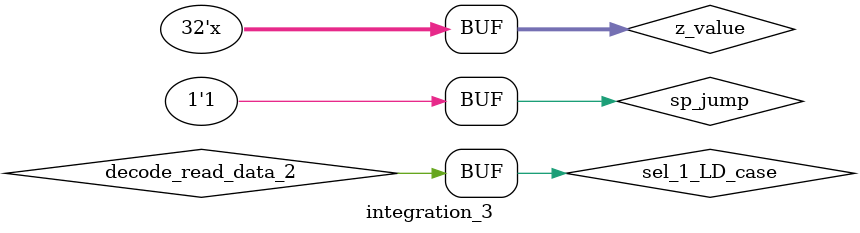
<source format=v>

module sign_extend(a, result);

input [15:0] a; // 16-bit input
output [31:0] result; // 32-bit output

assign result = { {16{a[15]}}, a };

endmodule 
 
 
module sign_extend_16(a, result);

input [2:0] a; // 3-bit input
output [15:0] result; // 16-bit output

assign result = { {13{a[2]}}, a }; //(13+3 =16)

endmodule
 
module POPed_PC (read_data, write_data,clk,reset,write_enable);

	input clk,reset,write_enable;
	input [15:0] write_data;//as each reg is 16 bits 
	output reg [15:0]read_data;//as each reg is 16 bits

	reg [15:0]reg_internal;
	always @(posedge clk) begin
				read_data = reg_internal;	
	end

	always @(negedge clk) begin
		if(reset)
		begin
			reg_internal= 16'b0;
		end
		else if(write_enable)
		begin
			reg_internal = write_data;	
		end
	end

endmodule
  

//assume read at posedge and write at negative edge
module Previous_SP_change_reg (read_data, write_data,clk);//,rst);

input clk;//,rst;
input write_data;
output read_data;
reg reg_internal;

assign read_data = reg_internal;	
always @(negedge clk) begin
		reg_internal = write_data;					
end

endmodule
  
  
  
  
//####################################################################################################################################################################// 
module integration_3 (/*input, output later*/); 
localparam Num_of_bits=16;  //width of instruction assumnig immediate separated from instruction
localparam Num_of_registers=20 ;
localparam pc_width=32;
localparam sp_width=32;
localparam op_code_width=5;
localparam Num_alu=4; //number of alu instructions
localparam pop_width=16; //pop width

//---------------------------------------- reset buffers------------------------------//
wire clk;
wire reset_pc_poped;
wire reset_sp;
wire reset_flag;
wire reset_data_stack,reset_decode_regs;
wire Reset_2Power5;
wire stage_buffer_reset;
wire fetch_buffer_reset;
wire reset_Last_instr_buffer;


//wire selector_2, selector_3, selector_5, selector_6, selector_7;
wire [1:0] selector_1, selector_4;
wire sp_jump=1;
wire [2:0] read_add_1,read_add_2 ;

wire [31:0] pc_add1,pc_selected;
wire [15:0] pc_high;
wire [sp_width-1:0] sp_new,chosen_sp,final_sp,sp;
reg [sp_width-1:0] sp_add1,sp_sub1;
wire [pc_width-1:0] pc;
wire [Num_of_bits-1:0] instruction;//, immediate;	
wire [Num_of_bits-1:0] read_data1,read_data2;
wire [2:0] flag,alu_flag,final_flag;
wire [15:0] result;
wire [sp_width-1:0] read_data1_result, mem_address;
wire [pop_width-1:0] value, flag_result;
wire [pc_width-1:0] z_value=32'bz;

wire [15:0] write_data;

wire [3:0] alu_controls;
wire [1:0] chosen_value, PC_select,chosen_pc_selector,chosen_pc_selector_last, jump_type;//, INT_counter;

wire store_load,cs_ldm,cs_push,SP_change,cs_jmp,cs_call,cs_in,cs_out,
cs_mem_read,cs_mem_write,cs_reg_write,special_int,cs_reset,cs_alu_op,cs_mem_op,
cs_shamt,reset_pc,push_flags,Pc_high_pop,cs_ret,fetch_NOP//,decode_reset,execute_reset
,decode_NOP,cs_rti,write_cs_rti,cs_pop;//,cs_CALL_branch

wire CALL_branch;

wire previous_rti;
wire [15:0] in_port_value;
wire [15:0]chosen_data_1;
wire mem_finish,mem_finish_off,previous_e_SP_change;
wire jump_result;
//----------------------------------   buffers  ----------------------------------///

wire [Num_of_bits-1:0] instruction_f, input_port_f;//, immediate_f
wire [31:0]pc_add1_f;

//decode buffer
wire [2:0] d_read_add_2,d_read_add_1;
wire [15:0] d_read_data1,d_read_data2,d_in_port_value;
wire [3:0] d_shamt;
wire [15:0] d_immediate;
wire [3:0] d_alu_controls;
wire [31:0]d_pc_add1;
wire d_cs_reg_write,d_cs_push,d_SP_change,d_store_load,
	d_cs_mem_read,d_cs_mem_write,d_cs_ldm,d_special_int,d_cs_in,d_reset_pc,d_push_flags,d_Pc_high_pop,d_cs_pop;//,d_CALL_branch
wire d_cs_shamt;
wire[1:0] d_chosen_value,d_jump_type,d_PC_select;								   
wire d_start_count_nop,d_cs_alu_op,d_cs_rti,d_write_cs_rti;
wire d_cs_out;

//excute buffer
wire [15:0] e_result,data;//,e_in_port_value
wire [2:0] e_read_add_2,e_flag;
wire [15:0] e_read_data1,e_read_data2;
// wire [Num_of_bits-1:0] e_immediate;
wire [31:0]e_pc_add1;
wire e_cs_reg_write,e_cs_ldm,e_cs_in,e_reset_pc,e_Pc_high_pop,ldd;//,e_CALL_branch
wire e_cs_push,e_SP_change,e_store_load, e_cs_mem_read,e_cs_mem_write,e_special_int,e_push_flags,e_cs_pop;
wire [1:0]e_chosen_value,e_PC_select;		
wire e_start_count_nop,e_write_cs_rti;
wire e_cs_out,e_cs_ldd;

//memory buffer
wire [15:0] m_data;
wire [15:0] m_result,m_read_data2;//,m_in_port_value
wire [2:0] m_read_add_2;
wire [Num_of_bits-1:0] m_immediate;
wire [31:0]m_pc_add1;
wire m_cs_reg_write,m_cs_ldm,m_cs_in,m_reset_pc,m_Pc_high_pop,m_ldd;//,m_CALL_branch
wire m_start_count_nop;
wire m_cs_out;

wire [1:0]no_change;
wire reset_count_nop,start_count_nop,fetch_nop_counter;

//---------------------------- int --------------------------------//
wire INT_signal,int_pc_handle;
wire [31:0]chosen_Rdst_32;
wire d_puch_pc_h_int,e_puch_pc_h_int;

wire [15:0] Previous_Rdst;
wire [31:0] Previous_Rdst_32;
wire [31:0] Previous_pc,pc_int_result_1,chosen_pc;
//wire Previous_CALL_branch;
wire Previous_branch,Previous_Call;
wire d_cs_call,e_cs_call , m_cs_call;
wire [2:0] INT_counter;
wire will_jump;
//---------------------------- Data Hazards --------------------------------//
wire [15:0] op1,op2;
wire [1:0] sel_1,sel_2 , sel_1_final,sel_2_final;
wire [15:0] modified_d_read_data2;
wire [15:0] chosen_Rdst_1;
wire decode_read_data_1,decode_read_data_2;
wire [15:0] read_data1_final,read_data2_final;
wire [2:0]d_read_add_2_final;
//---------------------------- Laod use case --------------------------------//
wire fetch_nop_LD;
wire cs_ldd,d_cs_ldd;
wire [15:0] chosen_Rdst;
// wire not_this_Rdst;
wire d_fetch_nop_LD;
wire sel_1_LD_case,sel_2_LD_case,d_sel_1_LD_case;
//---------------------------- ports --------------------------------//
wire [15:0] out_port_value,in_port_readed_data;

//####################################################################################################################################################################//
//later: change pc_add1 here to the output of the muxes before pc as shoen in the design
assign pc_add1 = pc + 1;
assign start_count_nop =  cs_ret| cs_rti;
count_NOP count_nop_inst(no_change,fetch_nop_counter,clk,reset_count_nop,start_count_nop);
PC pc_reg(pc, pc_selected,clk,d_reset_pc,Reset_2Power5,no_change,fetch_nop_LD);

assign previous_rti = d_cs_rti;
//---------------------//
mux_generic_2bit_selector #(1) jump_result_mux(1'b1 ,alu_flag[0],alu_flag[1],alu_flag[2] , jump_type, jump_result);
assign will_jump = jump_result & cs_jmp ;
mux_generic #(2) jump_or_not(chosen_pc_selector, 2'b10, will_jump , chosen_pc_selector_last);

//NOTE: this instruction will write in a reg , and its Rdst address is == to Rdst that i will call or jump to
assign sel_1_LD_case = (m_cs_reg_write & ( m_read_add_2 == read_add_2) ) ;
assign sel_2_LD_case = sel_1_LD_case | (e_cs_reg_write &  (e_read_add_2==read_add_2) ) ;
mux_generic #(16) mux_Rdst_selector_1(e_result, write_data , sel_1_LD_case , chosen_Rdst_1);

mux_generic #(16) mux_Rdst_selector_2(read_data2,chosen_Rdst_1 ,sel_2_LD_case , chosen_Rdst);
sign_extend pc_Rdst(chosen_Rdst,chosen_Rdst_32);


POPed_PC pop_pc_high
			(.read_data(pc_high),
			.write_data(data),
			.clk(clk),
			.reset(reset_pc_poped),
			.write_enable(e_Pc_high_pop) );
mux_generic #(2) mux_pc_selector(PC_select, e_PC_select, m_start_count_nop, chosen_pc_selector);
mux_generic_2bit_selector #(32) mux_pc(pc_add1 ,{pc_high,data},chosen_Rdst_32,32'b00 , chosen_pc_selector_last, pc_selected);

//------------------------//

instruction_memory #(Num_of_bits,pc_width,Num_of_registers) inst_mem_stage
							( .clk(clk),
							.INT_counter(INT_counter),
							.pc(pc), 
							.instruction(instruction));
//------------------------//
load_use_detection LD_sue_case
				(.Previus_inst_load(cs_ldd | cs_pop ),
				.Previus_Previus_inst_load(d_cs_ldd | d_cs_pop),
				.current_add_1(instruction[Num_of_bits-op_code_width-1:Num_of_bits-op_code_width-3]),
				.current_add_2(instruction [Num_of_bits-op_code_width-4:Num_of_bits-op_code_width-6]),
				.Previus_dst_add(read_add_2) ,
				.Previus_Previus_dst_add(d_read_add_2) ,
				.not_dumy_zeros(instruction[0]),
				.Previus_reg_write(cs_reg_write),
				.call_or_branch(instruction[3] & (!cs_ldm)),
				.fetch_nop_LD(fetch_nop_LD)
				);

IN_Port in (.read_data(in_port_readed_data), .write_data(in_port_value),.clk(clk));

//48+16 of in_port_value
fetch_buffer #(64)buffer_fetch(.read_data({instruction_f,pc_add1_f,input_port_f}),
 .write_data({instruction,pc_add1,in_port_readed_data}),
 .clk(clk),
 .cs_call(cs_call),
 .cs_ret(cs_ret),
 .cs_rti(cs_rti),
  .fetch_NOP(fetch_NOP | fetch_nop_counter | fetch_nop_LD | will_jump &(INT_counter == 3'b000)),
  .previous_rti(previous_rti),
  .cs_ldm(cs_ldm),
  .reset(fetch_buffer_reset));

//-------------------------------- WB at the first half of cycle and Decode (read) at the second half Hazard detection --------------------// 
assign decode_read_data_1 =  (m_cs_reg_write & ( m_read_add_2 == read_add_1) ) ;
assign decode_read_data_2 = sel_1_LD_case ;//as sel_1_LD_case = (m_cs_reg_write & ( m_read_add_2 == read_add_2) ) 
mux_generic #(16) mux_Decode_1(read_data1, write_data, decode_read_data_1, read_data1_final);
mux_generic #(16) mux_Decode_2(read_data2, write_data, decode_read_data_2, read_data2_final);


control_unit #(op_code_width,Num_alu) cont_unit
			((instruction_f[Num_of_bits-1:Num_of_bits-op_code_width])
			,INT_signal
			,clk
			,instruction[2]//=>one_more_fetch  //NOTE: not instruction_f
			,alu_controls,chosen_value,store_load,cs_ldm,cs_push
			,SP_change,PC_select,jump_type,cs_jmp,cs_call,cs_in,cs_out,cs_mem_read,cs_mem_write,cs_reg_write,special_int
			,cs_reset,cs_alu_op,cs_mem_op,cs_shamt,reset_pc,push_flags,Pc_high_pop,cs_ret,fetch_NOP,decode_reset,execute_reset
			,decode_NOP,cs_rti,INT_counter,write_cs_rti/*,cs_CALL_branch*/,cs_pop,cs_ldd);


assign read_add_1 = instruction_f[Num_of_bits-op_code_width-1:Num_of_bits-op_code_width-3];
assign read_add_2 = instruction_f[Num_of_bits-op_code_width-4:Num_of_bits-op_code_width-6];
decode_ciruit #(16,3) decode_stage (.clk(clk),.reset(reset_decode_regs) ,.write_enable(m_cs_reg_write),.write_data(write_data),
                              .write_address(m_read_add_2), //7:5
							  .read_address1(read_add_1), //10:8
                              .read_address2(read_add_2), //7:5
							  .read_data1(read_data1), .read_data2(read_data2));

//103 +21+cs_pop+d_puch_pc_h_int+2 :of d_PC_select+d_start_count_nop+cs_alu_op+cs_rti+d_write_cs_rti+3 of d_read_add_1 +cs_out +d_cs_call + d_cs_ldd +fetch_nop_LD+sel_1_LD_case -sel_1_LD_case -d_fetch_nop_LD+d_cs_shamt
buffer #(140)buffer_decode(.read_data({d_immediate,d_pc_add1,d_shamt,d_read_add_2,d_read_add_1,d_read_data2,d_read_data1,d_in_port_value,
									d_cs_reg_write,d_alu_controls,d_cs_push,d_SP_change,d_chosen_value,d_store_load,
								   d_cs_mem_read,d_cs_mem_write,d_cs_ldm,d_jump_type,d_special_int,d_cs_jmp,//d_CALL_branch,
								   d_cs_in,d_reset_pc,d_push_flags,d_Pc_high_pop,d_cs_pop,d_puch_pc_h_int,d_PC_select,d_start_count_nop,d_cs_alu_op,d_cs_rti,d_write_cs_rti,d_cs_out,d_cs_call,d_cs_ldd,d_cs_shamt//,d_fetch_nop_LD//,d_sel_1_LD_case
								   }), 
                                   .write_data({instruction,pc_add1_f,instruction_f[7:4],read_add_2,read_add_1,read_data2_final,read_data1_final,input_port_f,//in_port_value,
                                   cs_reg_write,alu_controls,cs_push,SP_change,chosen_value,store_load,
								   cs_mem_read,cs_mem_write,cs_ldm,jump_type,special_int,cs_jmp,//CALL_branch
								   cs_in,reset_pc,push_flags,Pc_high_pop,cs_pop,instruction_f[1],PC_select,start_count_nop,cs_alu_op,cs_rti,write_cs_rti,cs_out,cs_call,cs_ldd,cs_shamt//,fetch_nop_LD//,sel_1_LD_case
								   }),.clk(clk),.reset(stage_buffer_reset));

//-----------------------------------------   Data Hazards  -------------------------------------//
forwarding_unit FU
		(.current_cs_cin(d_cs_in),.current_cs_ldm(d_cs_ldm),
		.current_add_1(d_read_add_1) ,.current_add_2 (d_read_add_2_final),// (d_read_add_2),
		.E_dst_add(e_read_add_2),.M_dst_add(m_read_add_2),
		.E_WB(e_cs_reg_write),.M_WB(m_cs_reg_write),
		.sel_1(sel_1),.sel_2(sel_2) );

mux_generic_2bit_selector #(16) op1_mux(d_read_data1,e_result, write_data,d_in_port_value ,sel_1, op1);
mux_generic_2bit_selector #(16) op2_mux(d_read_data2,e_result, write_data,d_immediate, sel_2, op2);

alu alu_stage(.op1(op1),.op2(op2),.shamt(d_shamt),.alu_operation(d_alu_controls),.clk(clk),.flag(alu_flag),.result(result));

flag_reg flag_reg_inst(.read_data(flag),
		.write_data(final_flag),
		.clk(clk),
		.write_enable(d_cs_alu_op),
		.reset(reset_flag));
assign final_flag = (e_write_cs_rti)? data[2:0] : alu_flag;
assign modified_d_read_data2 = op2 ;
mux_generic #(16) mux_read_add2(d_read_add_2, d_read_add_1, d_cs_shamt, d_read_add_2_final);

//16 for instruction, 16 for immediate 
//118+15+cs_pop+puch_pc_h_int +2 of d_PC_select+e_start_count_nop + d_write_cs_rti + d_cs_out +d_cs_call -16 of e_in_port_value +e_cs_ldd-16 of e_read_data1 -16 of e_immediate
buffer #(94)buffer_alu(.read_data({e_read_add_2,e_pc_add1,e_read_data2,e_flag,e_result,//e_in_port_value, 
                                   e_cs_reg_write,e_cs_push,e_SP_change,e_chosen_value,e_store_load,
								   e_cs_mem_read,e_cs_mem_write,e_cs_ldm,e_special_int,e_cs_jmp,//e_CALL_branch,
								   e_cs_in,e_reset_pc,e_push_flags,
								   e_Pc_high_pop,e_cs_pop,e_puch_pc_h_int ,e_PC_select,e_start_count_nop,e_write_cs_rti,e_cs_out,e_cs_call,e_cs_ldd//e_cs_rti//e_cs_alu_op
								   }), 
								    .write_data({d_read_add_2_final,d_pc_add1,modified_d_read_data2,alu_flag,result,//d_in_port_value ,
                                   d_cs_reg_write,d_cs_push,d_SP_change,d_chosen_value,d_store_load,
								   d_cs_mem_read,d_cs_mem_write,d_cs_ldm,d_special_int,d_cs_jmp,//d_CALL_branch,
								   d_cs_in,d_reset_pc,d_push_flags,
								   d_Pc_high_pop,d_cs_pop,d_puch_pc_h_int ,d_PC_select,d_start_count_nop,d_write_cs_rti,d_cs_out,d_cs_call,d_cs_ldd//d_cs_rti//d_cs_alu_op
								   }),.clk(clk),.reset(stage_buffer_reset));

sign_extend extend_1(e_result,read_data1_result);
sign_extend_16 extend_2(e_flag,flag_result);
//---------------------------//
Last_instr last_instr_jump
			(.read_data({Previous_Rdst,Previous_pc,Previous_branch}),
			.write_data({m_read_data2,m_pc_add1,m_cs_jmp}),
			.clk(clk),
			.write_enable(e_push_flags),
			.reset(reset_Last_instr_buffer));
			
Last_instr  #(1)last_instr_call
			(.read_data({Previous_Call}),
			.write_data({m_cs_call}),
			.clk(clk),
			.write_enable(d_push_flags),
			.reset(reset_Last_instr_buffer));
			
sign_extend extend_previous_Rdst(Previous_Rdst,Previous_Rdst_32);			
mux_generic #(32) mux_pc_int_1(e_pc_add1, Previous_pc, e_puch_pc_h_int, pc_int_result_1);
assign int_pc_handle = (Previous_branch | Previous_Call ) & e_puch_pc_h_int;
mux_generic #(32) mux_pc_int_2(pc_int_result_1, Previous_Rdst_32, int_pc_handle, chosen_pc);
//---------------------------//
mux_generic_2bit_selector #(16) mux_4(e_read_data2,flag_result, chosen_pc[31:16],chosen_pc[15:0],e_chosen_value, value);
Previous_SP_change_reg sp_change_reg(.read_data(previous_e_SP_change), .write_data(e_SP_change),.clk(clk));
SP sp_reg(sp, sp_new,clk,reset_sp,previous_e_SP_change );//, mem_finish , mem_finish_off);
assign sp_add1= sp+1; 
assign sp_sub1= sp-1;
mux_generic #(32) mux_m3(sp_add1,sp_sub1 ,e_cs_push ,sp_new );
mux_generic #(32) mux_m5(sp_add1,sp, e_cs_push,final_sp );
mux_generic #(32) mux_m6(final_sp, read_data1_result,e_store_load ,mem_address );

data_stack_memory #(16,sp_width,11) memory_stage (.clk(clk),.reset(reset_data_stack) ,.write_enable(e_cs_mem_write),.read_enable(e_cs_mem_read),
													//.mem_finish_off(mem_finish_off),
                                            .write_data(value) ,.address(mem_address),.read_data(data));//,.mem_finish(mem_finish));



////////////////////////push and pop any register will be written in first address//////////////////////////////
assign ldd = (e_cs_pop | e_cs_ldd ) ;
//115+7+m_start_count_nop+ e_cs_out +e_cs_call -16 of m_in_port_value -16 of m_immediate
buffer #(93)buffer_mem(.read_data({m_read_add_2,m_pc_add1,m_read_data2,m_result,m_data,//m_in_port_value,             
                                   m_cs_reg_write,m_cs_ldm,m_cs_jmp,//m_CALL_branch,
								   m_cs_in,m_reset_pc,m_Pc_high_pop,m_ldd,m_start_count_nop,m_cs_out,m_cs_call//,previous_e_SP_change
								   }),
                                    .write_data({e_read_add_2,e_pc_add1,e_read_data2,e_result,data,//e_in_port_value,             
                                   e_cs_reg_write,e_cs_ldm,e_cs_jmp,//e_CALL_branch,
								   e_cs_in,e_reset_pc,e_Pc_high_pop,ldd,e_start_count_nop,e_cs_out,e_cs_call//,e_SP_change
								   }),.clk(clk),.reset(stage_buffer_reset));
mux_generic #(16) mux_WB_2(m_result, m_data, m_ldd, write_data);	
OUT_Port out 
			(.read_data(out_port_value), .write_data(write_data),
			.clk(clk),.write_enable( m_cs_out));
endmodule
</source>
